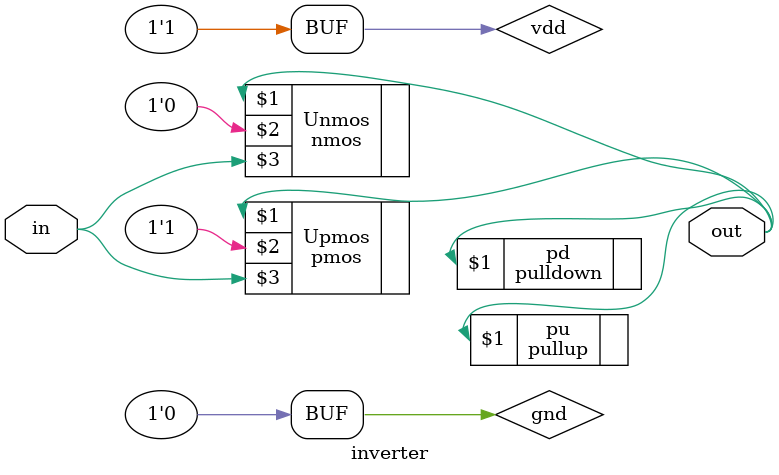
<source format=v>
`timescale 1ns/1ns

module top;
   reg  in;
   wire out;
   inverter Uinv (out, in);

   initial begin
           in = 0; #10; in = 1; #15;
           in = 0; #20; in = 1; #5
           in = 0; #5
           $finish;
   end
   initial begin
      $dumpfile("wave.vcd");
      $dumpvars(1, out, in);
   end
endmodule

module inverter (out, in);
       output out;
       input  in;
       //-------------------
       supply1 vdd;
       supply0 gnd;
       //-------------------
       pmos #(1) Upmos (out, vdd, in);
       nmos #(3) Unmos (out, gnd, in);
       //-------------------
       pullup   pu (out);
       pulldown pd (out);
endmodule

</source>
